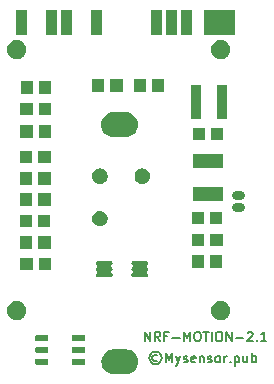
<source format=gbr>
G04 #@! TF.GenerationSoftware,KiCad,Pcbnew,(5.0.2)-1*
G04 #@! TF.CreationDate,2019-07-28T23:06:21+08:00*
G04 #@! TF.ProjectId,PIR,5049522e-6b69-4636-9164-5f7063625858,rev?*
G04 #@! TF.SameCoordinates,Original*
G04 #@! TF.FileFunction,Soldermask,Top*
G04 #@! TF.FilePolarity,Negative*
%FSLAX46Y46*%
G04 Gerber Fmt 4.6, Leading zero omitted, Abs format (unit mm)*
G04 Created by KiCad (PCBNEW (5.0.2)-1) date 2019-07-28 23:06:21*
%MOMM*%
%LPD*%
G01*
G04 APERTURE LIST*
%ADD10C,0.800000*%
%ADD11C,0.200000*%
%ADD12C,0.100000*%
G04 APERTURE END LIST*
D10*
X53696582Y-59177099D02*
X54027382Y-59177099D01*
X53694042Y-60203259D02*
X54024842Y-60203259D01*
D11*
X45958130Y-71558104D02*
X45958130Y-70758104D01*
X46415273Y-71558104D01*
X46415273Y-70758104D01*
X47253368Y-71558104D02*
X46986701Y-71177152D01*
X46796225Y-71558104D02*
X46796225Y-70758104D01*
X47100987Y-70758104D01*
X47177178Y-70796200D01*
X47215273Y-70834295D01*
X47253368Y-70910485D01*
X47253368Y-71024771D01*
X47215273Y-71100961D01*
X47177178Y-71139057D01*
X47100987Y-71177152D01*
X46796225Y-71177152D01*
X47862892Y-71139057D02*
X47596225Y-71139057D01*
X47596225Y-71558104D02*
X47596225Y-70758104D01*
X47977178Y-70758104D01*
X48281940Y-71253342D02*
X48891463Y-71253342D01*
X49272416Y-71558104D02*
X49272416Y-70758104D01*
X49539082Y-71329533D01*
X49805749Y-70758104D01*
X49805749Y-71558104D01*
X50339082Y-70758104D02*
X50491463Y-70758104D01*
X50567654Y-70796200D01*
X50643844Y-70872390D01*
X50681940Y-71024771D01*
X50681940Y-71291438D01*
X50643844Y-71443819D01*
X50567654Y-71520009D01*
X50491463Y-71558104D01*
X50339082Y-71558104D01*
X50262892Y-71520009D01*
X50186701Y-71443819D01*
X50148606Y-71291438D01*
X50148606Y-71024771D01*
X50186701Y-70872390D01*
X50262892Y-70796200D01*
X50339082Y-70758104D01*
X50910511Y-70758104D02*
X51367654Y-70758104D01*
X51139082Y-71558104D02*
X51139082Y-70758104D01*
X51634320Y-71558104D02*
X51634320Y-70758104D01*
X52167654Y-70758104D02*
X52320035Y-70758104D01*
X52396225Y-70796200D01*
X52472416Y-70872390D01*
X52510511Y-71024771D01*
X52510511Y-71291438D01*
X52472416Y-71443819D01*
X52396225Y-71520009D01*
X52320035Y-71558104D01*
X52167654Y-71558104D01*
X52091463Y-71520009D01*
X52015273Y-71443819D01*
X51977178Y-71291438D01*
X51977178Y-71024771D01*
X52015273Y-70872390D01*
X52091463Y-70796200D01*
X52167654Y-70758104D01*
X52853368Y-71558104D02*
X52853368Y-70758104D01*
X53310511Y-71558104D01*
X53310511Y-70758104D01*
X53691463Y-71253342D02*
X54300987Y-71253342D01*
X54643844Y-70834295D02*
X54681940Y-70796200D01*
X54758130Y-70758104D01*
X54948606Y-70758104D01*
X55024797Y-70796200D01*
X55062892Y-70834295D01*
X55100987Y-70910485D01*
X55100987Y-70986676D01*
X55062892Y-71100961D01*
X54605749Y-71558104D01*
X55100987Y-71558104D01*
X55443844Y-71481914D02*
X55481940Y-71520009D01*
X55443844Y-71558104D01*
X55405749Y-71520009D01*
X55443844Y-71481914D01*
X55443844Y-71558104D01*
X56243844Y-71558104D02*
X55786701Y-71558104D01*
X56015273Y-71558104D02*
X56015273Y-70758104D01*
X55939082Y-70872390D01*
X55862892Y-70948580D01*
X55786701Y-70986676D01*
X47018420Y-72757060D02*
X46942230Y-72718965D01*
X46789849Y-72718965D01*
X46713659Y-72757060D01*
X46637468Y-72833251D01*
X46599373Y-72909441D01*
X46599373Y-73061822D01*
X46637468Y-73138013D01*
X46713659Y-73214203D01*
X46789849Y-73252299D01*
X46942230Y-73252299D01*
X47018420Y-73214203D01*
X46866040Y-72452299D02*
X46675563Y-72490394D01*
X46485087Y-72604680D01*
X46370801Y-72795156D01*
X46332706Y-72985632D01*
X46370801Y-73176108D01*
X46485087Y-73366584D01*
X46675563Y-73480870D01*
X46866040Y-73518965D01*
X47056516Y-73480870D01*
X47246992Y-73366584D01*
X47361278Y-73176108D01*
X47399373Y-72985632D01*
X47361278Y-72795156D01*
X47246992Y-72604680D01*
X47056516Y-72490394D01*
X46866040Y-72452299D01*
X47742230Y-73366584D02*
X47742230Y-72566584D01*
X48008897Y-73138013D01*
X48275563Y-72566584D01*
X48275563Y-73366584D01*
X48580325Y-72833251D02*
X48770801Y-73366584D01*
X48961278Y-72833251D02*
X48770801Y-73366584D01*
X48694611Y-73557060D01*
X48656516Y-73595156D01*
X48580325Y-73633251D01*
X49227944Y-73328489D02*
X49304135Y-73366584D01*
X49456516Y-73366584D01*
X49532706Y-73328489D01*
X49570801Y-73252299D01*
X49570801Y-73214203D01*
X49532706Y-73138013D01*
X49456516Y-73099918D01*
X49342230Y-73099918D01*
X49266040Y-73061822D01*
X49227944Y-72985632D01*
X49227944Y-72947537D01*
X49266040Y-72871346D01*
X49342230Y-72833251D01*
X49456516Y-72833251D01*
X49532706Y-72871346D01*
X50218420Y-73328489D02*
X50142230Y-73366584D01*
X49989849Y-73366584D01*
X49913659Y-73328489D01*
X49875563Y-73252299D01*
X49875563Y-72947537D01*
X49913659Y-72871346D01*
X49989849Y-72833251D01*
X50142230Y-72833251D01*
X50218420Y-72871346D01*
X50256516Y-72947537D01*
X50256516Y-73023727D01*
X49875563Y-73099918D01*
X50599373Y-72833251D02*
X50599373Y-73366584D01*
X50599373Y-72909441D02*
X50637468Y-72871346D01*
X50713659Y-72833251D01*
X50827944Y-72833251D01*
X50904135Y-72871346D01*
X50942230Y-72947537D01*
X50942230Y-73366584D01*
X51285087Y-73328489D02*
X51361278Y-73366584D01*
X51513659Y-73366584D01*
X51589849Y-73328489D01*
X51627944Y-73252299D01*
X51627944Y-73214203D01*
X51589849Y-73138013D01*
X51513659Y-73099918D01*
X51399373Y-73099918D01*
X51323182Y-73061822D01*
X51285087Y-72985632D01*
X51285087Y-72947537D01*
X51323182Y-72871346D01*
X51399373Y-72833251D01*
X51513659Y-72833251D01*
X51589849Y-72871346D01*
X52085087Y-73366584D02*
X52008897Y-73328489D01*
X51970801Y-73290394D01*
X51932706Y-73214203D01*
X51932706Y-72985632D01*
X51970801Y-72909441D01*
X52008897Y-72871346D01*
X52085087Y-72833251D01*
X52199373Y-72833251D01*
X52275563Y-72871346D01*
X52313659Y-72909441D01*
X52351754Y-72985632D01*
X52351754Y-73214203D01*
X52313659Y-73290394D01*
X52275563Y-73328489D01*
X52199373Y-73366584D01*
X52085087Y-73366584D01*
X52694611Y-73366584D02*
X52694611Y-72833251D01*
X52694611Y-72985632D02*
X52732706Y-72909441D01*
X52770801Y-72871346D01*
X52846992Y-72833251D01*
X52923182Y-72833251D01*
X53189849Y-73290394D02*
X53227944Y-73328489D01*
X53189849Y-73366584D01*
X53151754Y-73328489D01*
X53189849Y-73290394D01*
X53189849Y-73366584D01*
X53570801Y-72833251D02*
X53570801Y-73633251D01*
X53570801Y-72871346D02*
X53646992Y-72833251D01*
X53799373Y-72833251D01*
X53875563Y-72871346D01*
X53913659Y-72909441D01*
X53951754Y-72985632D01*
X53951754Y-73214203D01*
X53913659Y-73290394D01*
X53875563Y-73328489D01*
X53799373Y-73366584D01*
X53646992Y-73366584D01*
X53570801Y-73328489D01*
X54637468Y-72833251D02*
X54637468Y-73366584D01*
X54294611Y-72833251D02*
X54294611Y-73252299D01*
X54332706Y-73328489D01*
X54408897Y-73366584D01*
X54523182Y-73366584D01*
X54599373Y-73328489D01*
X54637468Y-73290394D01*
X55018420Y-73366584D02*
X55018420Y-72566584D01*
X55018420Y-72871346D02*
X55094611Y-72833251D01*
X55246992Y-72833251D01*
X55323182Y-72871346D01*
X55361278Y-72909441D01*
X55399373Y-72985632D01*
X55399373Y-73214203D01*
X55361278Y-73290394D01*
X55323182Y-73328489D01*
X55246992Y-73366584D01*
X55094611Y-73366584D01*
X55018420Y-73328489D01*
D12*
G36*
X44416872Y-72264240D02*
X44540394Y-72276406D01*
X44738508Y-72336504D01*
X44921091Y-72434096D01*
X45081127Y-72565434D01*
X45212465Y-72725470D01*
X45310057Y-72908053D01*
X45370155Y-73106167D01*
X45390447Y-73312199D01*
X45370155Y-73518231D01*
X45310057Y-73716345D01*
X45212465Y-73898928D01*
X45081127Y-74058964D01*
X44921091Y-74190302D01*
X44738508Y-74287894D01*
X44540394Y-74347992D01*
X44416872Y-74360158D01*
X44385993Y-74363199D01*
X43282731Y-74363199D01*
X43251852Y-74360158D01*
X43128330Y-74347992D01*
X42930216Y-74287894D01*
X42747633Y-74190302D01*
X42587597Y-74058964D01*
X42456259Y-73898928D01*
X42358667Y-73716345D01*
X42298569Y-73518231D01*
X42278277Y-73312199D01*
X42298569Y-73106167D01*
X42358667Y-72908053D01*
X42456259Y-72725470D01*
X42587597Y-72565434D01*
X42747633Y-72434096D01*
X42930216Y-72336504D01*
X43128330Y-72276406D01*
X43251852Y-72264240D01*
X43282731Y-72261199D01*
X44385993Y-72261199D01*
X44416872Y-72264240D01*
X44416872Y-72264240D01*
G37*
G36*
X40840450Y-73054443D02*
X40852159Y-73057995D01*
X40862942Y-73063759D01*
X40872400Y-73071520D01*
X40880161Y-73080978D01*
X40885925Y-73091761D01*
X40889477Y-73103470D01*
X40891280Y-73121778D01*
X40891280Y-73485502D01*
X40889477Y-73503810D01*
X40885925Y-73515519D01*
X40880161Y-73526302D01*
X40872400Y-73535760D01*
X40862942Y-73543521D01*
X40852159Y-73549285D01*
X40840450Y-73552837D01*
X40822142Y-73554640D01*
X39858418Y-73554640D01*
X39840110Y-73552837D01*
X39828401Y-73549285D01*
X39817618Y-73543521D01*
X39808160Y-73535760D01*
X39800399Y-73526302D01*
X39794635Y-73515519D01*
X39791083Y-73503810D01*
X39789280Y-73485502D01*
X39789280Y-73121778D01*
X39791083Y-73103470D01*
X39794635Y-73091761D01*
X39800399Y-73080978D01*
X39808160Y-73071520D01*
X39817618Y-73063759D01*
X39828401Y-73057995D01*
X39840110Y-73054443D01*
X39858418Y-73052640D01*
X40822142Y-73052640D01*
X40840450Y-73054443D01*
X40840450Y-73054443D01*
G37*
G36*
X37740450Y-73054443D02*
X37752159Y-73057995D01*
X37762942Y-73063759D01*
X37772400Y-73071520D01*
X37780161Y-73080978D01*
X37785925Y-73091761D01*
X37789477Y-73103470D01*
X37791280Y-73121778D01*
X37791280Y-73485502D01*
X37789477Y-73503810D01*
X37785925Y-73515519D01*
X37780161Y-73526302D01*
X37772400Y-73535760D01*
X37762942Y-73543521D01*
X37752159Y-73549285D01*
X37740450Y-73552837D01*
X37722142Y-73554640D01*
X36758418Y-73554640D01*
X36740110Y-73552837D01*
X36728401Y-73549285D01*
X36717618Y-73543521D01*
X36708160Y-73535760D01*
X36700399Y-73526302D01*
X36694635Y-73515519D01*
X36691083Y-73503810D01*
X36689280Y-73485502D01*
X36689280Y-73121778D01*
X36691083Y-73103470D01*
X36694635Y-73091761D01*
X36700399Y-73080978D01*
X36708160Y-73071520D01*
X36717618Y-73063759D01*
X36728401Y-73057995D01*
X36740110Y-73054443D01*
X36758418Y-73052640D01*
X37722142Y-73052640D01*
X37740450Y-73054443D01*
X37740450Y-73054443D01*
G37*
G36*
X37740450Y-72054443D02*
X37752159Y-72057995D01*
X37762942Y-72063759D01*
X37772400Y-72071520D01*
X37780161Y-72080978D01*
X37785925Y-72091761D01*
X37789477Y-72103470D01*
X37791280Y-72121778D01*
X37791280Y-72485502D01*
X37789477Y-72503810D01*
X37785925Y-72515519D01*
X37780161Y-72526302D01*
X37772400Y-72535760D01*
X37762942Y-72543521D01*
X37752159Y-72549285D01*
X37740450Y-72552837D01*
X37722142Y-72554640D01*
X36758418Y-72554640D01*
X36740110Y-72552837D01*
X36728401Y-72549285D01*
X36717618Y-72543521D01*
X36708160Y-72535760D01*
X36700399Y-72526302D01*
X36694635Y-72515519D01*
X36691083Y-72503810D01*
X36689280Y-72485502D01*
X36689280Y-72121778D01*
X36691083Y-72103470D01*
X36694635Y-72091761D01*
X36700399Y-72080978D01*
X36708160Y-72071520D01*
X36717618Y-72063759D01*
X36728401Y-72057995D01*
X36740110Y-72054443D01*
X36758418Y-72052640D01*
X37722142Y-72052640D01*
X37740450Y-72054443D01*
X37740450Y-72054443D01*
G37*
G36*
X40840450Y-72054443D02*
X40852159Y-72057995D01*
X40862942Y-72063759D01*
X40872400Y-72071520D01*
X40880161Y-72080978D01*
X40885925Y-72091761D01*
X40889477Y-72103470D01*
X40891280Y-72121778D01*
X40891280Y-72485502D01*
X40889477Y-72503810D01*
X40885925Y-72515519D01*
X40880161Y-72526302D01*
X40872400Y-72535760D01*
X40862942Y-72543521D01*
X40852159Y-72549285D01*
X40840450Y-72552837D01*
X40822142Y-72554640D01*
X39858418Y-72554640D01*
X39840110Y-72552837D01*
X39828401Y-72549285D01*
X39817618Y-72543521D01*
X39808160Y-72535760D01*
X39800399Y-72526302D01*
X39794635Y-72515519D01*
X39791083Y-72503810D01*
X39789280Y-72485502D01*
X39789280Y-72121778D01*
X39791083Y-72103470D01*
X39794635Y-72091761D01*
X39800399Y-72080978D01*
X39808160Y-72071520D01*
X39817618Y-72063759D01*
X39828401Y-72057995D01*
X39840110Y-72054443D01*
X39858418Y-72052640D01*
X40822142Y-72052640D01*
X40840450Y-72054443D01*
X40840450Y-72054443D01*
G37*
G36*
X40840450Y-71054443D02*
X40852159Y-71057995D01*
X40862942Y-71063759D01*
X40872400Y-71071520D01*
X40880161Y-71080978D01*
X40885925Y-71091761D01*
X40889477Y-71103470D01*
X40891280Y-71121778D01*
X40891280Y-71485502D01*
X40889477Y-71503810D01*
X40885925Y-71515519D01*
X40880161Y-71526302D01*
X40872400Y-71535760D01*
X40862942Y-71543521D01*
X40852159Y-71549285D01*
X40840450Y-71552837D01*
X40822142Y-71554640D01*
X39858418Y-71554640D01*
X39840110Y-71552837D01*
X39828401Y-71549285D01*
X39817618Y-71543521D01*
X39808160Y-71535760D01*
X39800399Y-71526302D01*
X39794635Y-71515519D01*
X39791083Y-71503810D01*
X39789280Y-71485502D01*
X39789280Y-71121778D01*
X39791083Y-71103470D01*
X39794635Y-71091761D01*
X39800399Y-71080978D01*
X39808160Y-71071520D01*
X39817618Y-71063759D01*
X39828401Y-71057995D01*
X39840110Y-71054443D01*
X39858418Y-71052640D01*
X40822142Y-71052640D01*
X40840450Y-71054443D01*
X40840450Y-71054443D01*
G37*
G36*
X37740450Y-71054443D02*
X37752159Y-71057995D01*
X37762942Y-71063759D01*
X37772400Y-71071520D01*
X37780161Y-71080978D01*
X37785925Y-71091761D01*
X37789477Y-71103470D01*
X37791280Y-71121778D01*
X37791280Y-71485502D01*
X37789477Y-71503810D01*
X37785925Y-71515519D01*
X37780161Y-71526302D01*
X37772400Y-71535760D01*
X37762942Y-71543521D01*
X37752159Y-71549285D01*
X37740450Y-71552837D01*
X37722142Y-71554640D01*
X36758418Y-71554640D01*
X36740110Y-71552837D01*
X36728401Y-71549285D01*
X36717618Y-71543521D01*
X36708160Y-71535760D01*
X36700399Y-71526302D01*
X36694635Y-71515519D01*
X36691083Y-71503810D01*
X36689280Y-71485502D01*
X36689280Y-71121778D01*
X36691083Y-71103470D01*
X36694635Y-71091761D01*
X36700399Y-71080978D01*
X36708160Y-71071520D01*
X36717618Y-71063759D01*
X36728401Y-71057995D01*
X36740110Y-71054443D01*
X36758418Y-71052640D01*
X37722142Y-71052640D01*
X37740450Y-71054443D01*
X37740450Y-71054443D01*
G37*
G36*
X35341524Y-68199741D02*
X35489484Y-68261029D01*
X35622640Y-68350001D01*
X35735880Y-68463241D01*
X35824852Y-68596397D01*
X35886140Y-68744357D01*
X35917382Y-68901424D01*
X35917382Y-69061574D01*
X35886140Y-69218641D01*
X35824852Y-69366601D01*
X35735880Y-69499757D01*
X35622640Y-69612997D01*
X35489484Y-69701969D01*
X35341524Y-69763257D01*
X35184457Y-69794499D01*
X35024307Y-69794499D01*
X34867240Y-69763257D01*
X34719280Y-69701969D01*
X34586124Y-69612997D01*
X34472884Y-69499757D01*
X34383912Y-69366601D01*
X34322624Y-69218641D01*
X34291382Y-69061574D01*
X34291382Y-68901424D01*
X34322624Y-68744357D01*
X34383912Y-68596397D01*
X34472884Y-68463241D01*
X34586124Y-68350001D01*
X34719280Y-68261029D01*
X34867240Y-68199741D01*
X35024307Y-68168499D01*
X35184457Y-68168499D01*
X35341524Y-68199741D01*
X35341524Y-68199741D01*
G37*
G36*
X52611524Y-68199741D02*
X52759484Y-68261029D01*
X52892640Y-68350001D01*
X53005880Y-68463241D01*
X53094852Y-68596397D01*
X53156140Y-68744357D01*
X53187382Y-68901424D01*
X53187382Y-69061574D01*
X53156140Y-69218641D01*
X53094852Y-69366601D01*
X53005880Y-69499757D01*
X52892640Y-69612997D01*
X52759484Y-69701969D01*
X52611524Y-69763257D01*
X52454457Y-69794499D01*
X52294307Y-69794499D01*
X52137240Y-69763257D01*
X51989280Y-69701969D01*
X51856124Y-69612997D01*
X51742884Y-69499757D01*
X51653912Y-69366601D01*
X51592624Y-69218641D01*
X51561382Y-69061574D01*
X51561382Y-68901424D01*
X51592624Y-68744357D01*
X51653912Y-68596397D01*
X51742884Y-68463241D01*
X51856124Y-68350001D01*
X51989280Y-68261029D01*
X52137240Y-68199741D01*
X52294307Y-68168499D01*
X52454457Y-68168499D01*
X52611524Y-68199741D01*
X52611524Y-68199741D01*
G37*
G36*
X46058740Y-64754788D02*
X46058743Y-64754789D01*
X46096631Y-64766282D01*
X46131550Y-64784946D01*
X46162156Y-64810064D01*
X46187274Y-64840670D01*
X46204806Y-64873470D01*
X46205937Y-64875587D01*
X46217432Y-64913480D01*
X46221312Y-64952880D01*
X46217432Y-64992280D01*
X46217431Y-64992283D01*
X46205938Y-65030171D01*
X46187274Y-65065090D01*
X46162156Y-65095696D01*
X46162154Y-65095698D01*
X46149292Y-65106253D01*
X46131965Y-65123580D01*
X46118351Y-65143954D01*
X46108973Y-65166593D01*
X46104192Y-65190626D01*
X46104192Y-65215131D01*
X46108972Y-65239164D01*
X46118349Y-65261803D01*
X46131963Y-65282178D01*
X46149290Y-65299505D01*
X46162156Y-65310064D01*
X46187274Y-65340670D01*
X46202641Y-65369420D01*
X46205937Y-65375587D01*
X46217432Y-65413480D01*
X46221312Y-65452880D01*
X46217432Y-65492280D01*
X46217431Y-65492283D01*
X46205938Y-65530171D01*
X46187274Y-65565090D01*
X46162156Y-65595696D01*
X46162154Y-65595698D01*
X46149292Y-65606253D01*
X46131965Y-65623580D01*
X46118351Y-65643954D01*
X46108973Y-65666593D01*
X46104192Y-65690626D01*
X46104192Y-65715131D01*
X46108972Y-65739164D01*
X46118349Y-65761803D01*
X46131963Y-65782178D01*
X46149290Y-65799505D01*
X46162156Y-65810064D01*
X46187274Y-65840670D01*
X46204806Y-65873470D01*
X46205937Y-65875587D01*
X46217432Y-65913480D01*
X46221312Y-65952880D01*
X46217432Y-65992280D01*
X46217431Y-65992283D01*
X46205938Y-66030171D01*
X46187274Y-66065090D01*
X46162156Y-66095696D01*
X46131550Y-66120814D01*
X46096631Y-66139478D01*
X46065795Y-66148832D01*
X46058740Y-66150972D01*
X46029213Y-66153880D01*
X45009467Y-66153880D01*
X44979940Y-66150972D01*
X44972885Y-66148832D01*
X44942049Y-66139478D01*
X44907130Y-66120814D01*
X44876524Y-66095696D01*
X44851406Y-66065090D01*
X44832742Y-66030171D01*
X44821249Y-65992283D01*
X44821248Y-65992280D01*
X44817368Y-65952880D01*
X44821248Y-65913480D01*
X44832743Y-65875587D01*
X44833874Y-65873470D01*
X44851406Y-65840670D01*
X44876524Y-65810064D01*
X44889390Y-65799505D01*
X44906715Y-65782180D01*
X44920329Y-65761806D01*
X44929707Y-65739167D01*
X44934488Y-65715134D01*
X44934488Y-65690629D01*
X44929708Y-65666596D01*
X44920331Y-65643957D01*
X44906717Y-65623582D01*
X44889388Y-65606253D01*
X44876526Y-65595698D01*
X44876524Y-65595696D01*
X44851406Y-65565090D01*
X44832742Y-65530171D01*
X44821249Y-65492283D01*
X44821248Y-65492280D01*
X44817368Y-65452880D01*
X44821248Y-65413480D01*
X44832743Y-65375587D01*
X44836039Y-65369420D01*
X44851406Y-65340670D01*
X44876524Y-65310064D01*
X44889390Y-65299505D01*
X44906715Y-65282180D01*
X44920329Y-65261806D01*
X44929707Y-65239167D01*
X44934488Y-65215134D01*
X44934488Y-65190629D01*
X44929708Y-65166596D01*
X44920331Y-65143957D01*
X44906717Y-65123582D01*
X44889388Y-65106253D01*
X44876526Y-65095698D01*
X44876524Y-65095696D01*
X44851406Y-65065090D01*
X44832742Y-65030171D01*
X44821249Y-64992283D01*
X44821248Y-64992280D01*
X44817368Y-64952880D01*
X44821248Y-64913480D01*
X44832743Y-64875587D01*
X44833874Y-64873470D01*
X44851406Y-64840670D01*
X44876524Y-64810064D01*
X44907130Y-64784946D01*
X44942049Y-64766282D01*
X44979937Y-64754789D01*
X44979940Y-64754788D01*
X45009467Y-64751880D01*
X46029213Y-64751880D01*
X46058740Y-64754788D01*
X46058740Y-64754788D01*
G37*
G36*
X43058740Y-64754788D02*
X43058743Y-64754789D01*
X43096631Y-64766282D01*
X43131550Y-64784946D01*
X43162156Y-64810064D01*
X43187274Y-64840670D01*
X43204806Y-64873470D01*
X43205937Y-64875587D01*
X43217432Y-64913480D01*
X43221312Y-64952880D01*
X43217432Y-64992280D01*
X43217431Y-64992283D01*
X43205938Y-65030171D01*
X43187274Y-65065090D01*
X43162156Y-65095696D01*
X43162154Y-65095698D01*
X43149292Y-65106253D01*
X43131965Y-65123580D01*
X43118351Y-65143954D01*
X43108973Y-65166593D01*
X43104192Y-65190626D01*
X43104192Y-65215131D01*
X43108972Y-65239164D01*
X43118349Y-65261803D01*
X43131963Y-65282178D01*
X43149290Y-65299505D01*
X43162156Y-65310064D01*
X43187274Y-65340670D01*
X43202641Y-65369420D01*
X43205937Y-65375587D01*
X43217432Y-65413480D01*
X43221312Y-65452880D01*
X43217432Y-65492280D01*
X43217431Y-65492283D01*
X43205938Y-65530171D01*
X43187274Y-65565090D01*
X43162156Y-65595696D01*
X43162154Y-65595698D01*
X43149292Y-65606253D01*
X43131965Y-65623580D01*
X43118351Y-65643954D01*
X43108973Y-65666593D01*
X43104192Y-65690626D01*
X43104192Y-65715131D01*
X43108972Y-65739164D01*
X43118349Y-65761803D01*
X43131963Y-65782178D01*
X43149290Y-65799505D01*
X43162156Y-65810064D01*
X43187274Y-65840670D01*
X43204806Y-65873470D01*
X43205937Y-65875587D01*
X43217432Y-65913480D01*
X43221312Y-65952880D01*
X43217432Y-65992280D01*
X43217431Y-65992283D01*
X43205938Y-66030171D01*
X43187274Y-66065090D01*
X43162156Y-66095696D01*
X43131550Y-66120814D01*
X43096631Y-66139478D01*
X43065795Y-66148832D01*
X43058740Y-66150972D01*
X43029213Y-66153880D01*
X42009467Y-66153880D01*
X41979940Y-66150972D01*
X41972885Y-66148832D01*
X41942049Y-66139478D01*
X41907130Y-66120814D01*
X41876524Y-66095696D01*
X41851406Y-66065090D01*
X41832742Y-66030171D01*
X41821249Y-65992283D01*
X41821248Y-65992280D01*
X41817368Y-65952880D01*
X41821248Y-65913480D01*
X41832743Y-65875587D01*
X41833874Y-65873470D01*
X41851406Y-65840670D01*
X41876524Y-65810064D01*
X41889390Y-65799505D01*
X41906715Y-65782180D01*
X41920329Y-65761806D01*
X41929707Y-65739167D01*
X41934488Y-65715134D01*
X41934488Y-65690629D01*
X41929708Y-65666596D01*
X41920331Y-65643957D01*
X41906717Y-65623582D01*
X41889388Y-65606253D01*
X41876526Y-65595698D01*
X41876524Y-65595696D01*
X41851406Y-65565090D01*
X41832742Y-65530171D01*
X41821249Y-65492283D01*
X41821248Y-65492280D01*
X41817368Y-65452880D01*
X41821248Y-65413480D01*
X41832743Y-65375587D01*
X41836039Y-65369420D01*
X41851406Y-65340670D01*
X41876524Y-65310064D01*
X41889390Y-65299505D01*
X41906715Y-65282180D01*
X41920329Y-65261806D01*
X41929707Y-65239167D01*
X41934488Y-65215134D01*
X41934488Y-65190629D01*
X41929708Y-65166596D01*
X41920331Y-65143957D01*
X41906717Y-65123582D01*
X41889388Y-65106253D01*
X41876526Y-65095698D01*
X41876524Y-65095696D01*
X41851406Y-65065090D01*
X41832742Y-65030171D01*
X41821249Y-64992283D01*
X41821248Y-64992280D01*
X41817368Y-64952880D01*
X41821248Y-64913480D01*
X41832743Y-64875587D01*
X41833874Y-64873470D01*
X41851406Y-64840670D01*
X41876524Y-64810064D01*
X41907130Y-64784946D01*
X41942049Y-64766282D01*
X41979937Y-64754789D01*
X41979940Y-64754788D01*
X42009467Y-64751880D01*
X43029213Y-64751880D01*
X43058740Y-64754788D01*
X43058740Y-64754788D01*
G37*
G36*
X36449000Y-65562460D02*
X35417000Y-65562460D01*
X35417000Y-64480460D01*
X36449000Y-64480460D01*
X36449000Y-65562460D01*
X36449000Y-65562460D01*
G37*
G36*
X37989000Y-65562460D02*
X36957000Y-65562460D01*
X36957000Y-64480460D01*
X37989000Y-64480460D01*
X37989000Y-65562460D01*
X37989000Y-65562460D01*
G37*
G36*
X50983260Y-65369420D02*
X49951260Y-65369420D01*
X49951260Y-64287420D01*
X50983260Y-64287420D01*
X50983260Y-65369420D01*
X50983260Y-65369420D01*
G37*
G36*
X52523260Y-65369420D02*
X51491260Y-65369420D01*
X51491260Y-64287420D01*
X52523260Y-64287420D01*
X52523260Y-65369420D01*
X52523260Y-65369420D01*
G37*
G36*
X37971220Y-63731120D02*
X36939220Y-63731120D01*
X36939220Y-62649120D01*
X37971220Y-62649120D01*
X37971220Y-63731120D01*
X37971220Y-63731120D01*
G37*
G36*
X36431220Y-63731120D02*
X35399220Y-63731120D01*
X35399220Y-62649120D01*
X36431220Y-62649120D01*
X36431220Y-63731120D01*
X36431220Y-63731120D01*
G37*
G36*
X52530500Y-63540620D02*
X51498500Y-63540620D01*
X51498500Y-62458620D01*
X52530500Y-62458620D01*
X52530500Y-63540620D01*
X52530500Y-63540620D01*
G37*
G36*
X50990500Y-63540620D02*
X49958500Y-63540620D01*
X49958500Y-62458620D01*
X50990500Y-62458620D01*
X50990500Y-63540620D01*
X50990500Y-63540620D01*
G37*
G36*
X37958520Y-61920100D02*
X36926520Y-61920100D01*
X36926520Y-60838100D01*
X37958520Y-60838100D01*
X37958520Y-61920100D01*
X37958520Y-61920100D01*
G37*
G36*
X36418520Y-61920100D02*
X35386520Y-61920100D01*
X35386520Y-60838100D01*
X36418520Y-60838100D01*
X36418520Y-61920100D01*
X36418520Y-61920100D01*
G37*
G36*
X42329530Y-60552636D02*
X42448001Y-60601708D01*
X42554632Y-60672957D01*
X42645302Y-60763627D01*
X42716551Y-60870258D01*
X42765623Y-60988729D01*
X42790640Y-61114500D01*
X42790640Y-61242738D01*
X42765623Y-61368509D01*
X42716551Y-61486980D01*
X42645302Y-61593611D01*
X42554632Y-61684281D01*
X42448001Y-61755530D01*
X42329530Y-61804602D01*
X42203759Y-61829619D01*
X42075521Y-61829619D01*
X41949750Y-61804602D01*
X41831279Y-61755530D01*
X41724648Y-61684281D01*
X41633978Y-61593611D01*
X41562729Y-61486980D01*
X41513657Y-61368509D01*
X41488640Y-61242738D01*
X41488640Y-61114500D01*
X41513657Y-60988729D01*
X41562729Y-60870258D01*
X41633978Y-60763627D01*
X41724648Y-60672957D01*
X41831279Y-60601708D01*
X41949750Y-60552636D01*
X42075521Y-60527619D01*
X42203759Y-60527619D01*
X42329530Y-60552636D01*
X42329530Y-60552636D01*
G37*
G36*
X52522880Y-61681340D02*
X51490880Y-61681340D01*
X51490880Y-60599340D01*
X52522880Y-60599340D01*
X52522880Y-61681340D01*
X52522880Y-61681340D01*
G37*
G36*
X50982880Y-61681340D02*
X49950880Y-61681340D01*
X49950880Y-60599340D01*
X50982880Y-60599340D01*
X50982880Y-61681340D01*
X50982880Y-61681340D01*
G37*
G36*
X36426140Y-60106540D02*
X35394140Y-60106540D01*
X35394140Y-59024540D01*
X36426140Y-59024540D01*
X36426140Y-60106540D01*
X36426140Y-60106540D01*
G37*
G36*
X37966140Y-60106540D02*
X36934140Y-60106540D01*
X36934140Y-59024540D01*
X37966140Y-59024540D01*
X37966140Y-60106540D01*
X37966140Y-60106540D01*
G37*
G36*
X52603920Y-59696640D02*
X50001920Y-59696640D01*
X50001920Y-58494640D01*
X52603920Y-58494640D01*
X52603920Y-59696640D01*
X52603920Y-59696640D01*
G37*
G36*
X37976300Y-58318380D02*
X36944300Y-58318380D01*
X36944300Y-57236380D01*
X37976300Y-57236380D01*
X37976300Y-58318380D01*
X37976300Y-58318380D01*
G37*
G36*
X36436300Y-58318380D02*
X35404300Y-58318380D01*
X35404300Y-57236380D01*
X36436300Y-57236380D01*
X36436300Y-58318380D01*
X36436300Y-58318380D01*
G37*
G36*
X45921632Y-56960534D02*
X46040103Y-57009606D01*
X46146734Y-57080855D01*
X46237404Y-57171525D01*
X46308653Y-57278156D01*
X46357725Y-57396627D01*
X46382742Y-57522398D01*
X46382742Y-57650636D01*
X46357725Y-57776407D01*
X46308653Y-57894878D01*
X46237404Y-58001509D01*
X46146734Y-58092179D01*
X46040103Y-58163428D01*
X45921632Y-58212500D01*
X45795861Y-58237517D01*
X45667623Y-58237517D01*
X45541852Y-58212500D01*
X45423381Y-58163428D01*
X45316750Y-58092179D01*
X45226080Y-58001509D01*
X45154831Y-57894878D01*
X45105759Y-57776407D01*
X45080742Y-57650636D01*
X45080742Y-57522398D01*
X45105759Y-57396627D01*
X45154831Y-57278156D01*
X45226080Y-57171525D01*
X45316750Y-57080855D01*
X45423381Y-57009606D01*
X45541852Y-56960534D01*
X45667623Y-56935517D01*
X45795861Y-56935517D01*
X45921632Y-56960534D01*
X45921632Y-56960534D01*
G37*
G36*
X42329530Y-56960534D02*
X42448001Y-57009606D01*
X42554632Y-57080855D01*
X42645302Y-57171525D01*
X42716551Y-57278156D01*
X42765623Y-57396627D01*
X42790640Y-57522398D01*
X42790640Y-57650636D01*
X42765623Y-57776407D01*
X42716551Y-57894878D01*
X42645302Y-58001509D01*
X42554632Y-58092179D01*
X42448001Y-58163428D01*
X42329530Y-58212500D01*
X42203759Y-58237517D01*
X42075521Y-58237517D01*
X41949750Y-58212500D01*
X41831279Y-58163428D01*
X41724648Y-58092179D01*
X41633978Y-58001509D01*
X41562729Y-57894878D01*
X41513657Y-57776407D01*
X41488640Y-57650636D01*
X41488640Y-57522398D01*
X41513657Y-57396627D01*
X41562729Y-57278156D01*
X41633978Y-57171525D01*
X41724648Y-57080855D01*
X41831279Y-57009606D01*
X41949750Y-56960534D01*
X42075521Y-56935517D01*
X42203759Y-56935517D01*
X42329530Y-56960534D01*
X42329530Y-56960534D01*
G37*
G36*
X52603920Y-56896640D02*
X50001920Y-56896640D01*
X50001920Y-55694640D01*
X52603920Y-55694640D01*
X52603920Y-56896640D01*
X52603920Y-56896640D01*
G37*
G36*
X36433760Y-56509900D02*
X35401760Y-56509900D01*
X35401760Y-55427900D01*
X36433760Y-55427900D01*
X36433760Y-56509900D01*
X36433760Y-56509900D01*
G37*
G36*
X37973760Y-56509900D02*
X36941760Y-56509900D01*
X36941760Y-55427900D01*
X37973760Y-55427900D01*
X37973760Y-56509900D01*
X37973760Y-56509900D01*
G37*
G36*
X52588920Y-54561720D02*
X51556920Y-54561720D01*
X51556920Y-53479720D01*
X52588920Y-53479720D01*
X52588920Y-54561720D01*
X52588920Y-54561720D01*
G37*
G36*
X51048920Y-54561720D02*
X50016920Y-54561720D01*
X50016920Y-53479720D01*
X51048920Y-53479720D01*
X51048920Y-54561720D01*
X51048920Y-54561720D01*
G37*
G36*
X36443540Y-54340740D02*
X35411540Y-54340740D01*
X35411540Y-53258740D01*
X36443540Y-53258740D01*
X36443540Y-54340740D01*
X36443540Y-54340740D01*
G37*
G36*
X37983540Y-54340740D02*
X36951540Y-54340740D01*
X36951540Y-53258740D01*
X37983540Y-53258740D01*
X37983540Y-54340740D01*
X37983540Y-54340740D01*
G37*
G36*
X44383852Y-52185720D02*
X44507374Y-52197886D01*
X44705488Y-52257984D01*
X44888071Y-52355576D01*
X45048107Y-52486914D01*
X45179445Y-52646950D01*
X45277037Y-52829533D01*
X45337135Y-53027647D01*
X45357427Y-53233679D01*
X45337135Y-53439711D01*
X45277037Y-53637825D01*
X45179445Y-53820408D01*
X45048107Y-53980444D01*
X44888071Y-54111782D01*
X44705488Y-54209374D01*
X44507374Y-54269472D01*
X44383852Y-54281638D01*
X44352973Y-54284679D01*
X43249711Y-54284679D01*
X43218832Y-54281638D01*
X43095310Y-54269472D01*
X42897196Y-54209374D01*
X42714613Y-54111782D01*
X42554577Y-53980444D01*
X42423239Y-53820408D01*
X42325647Y-53637825D01*
X42265549Y-53439711D01*
X42245257Y-53233679D01*
X42265549Y-53027647D01*
X42325647Y-52829533D01*
X42423239Y-52646950D01*
X42554577Y-52486914D01*
X42714613Y-52355576D01*
X42897196Y-52257984D01*
X43095310Y-52197886D01*
X43218832Y-52185720D01*
X43249711Y-52182679D01*
X44352973Y-52182679D01*
X44383852Y-52185720D01*
X44383852Y-52185720D01*
G37*
G36*
X50724860Y-52714080D02*
X49822860Y-52714080D01*
X49822860Y-49912080D01*
X50724860Y-49912080D01*
X50724860Y-52714080D01*
X50724860Y-52714080D01*
G37*
G36*
X52924860Y-52714080D02*
X52022860Y-52714080D01*
X52022860Y-49912080D01*
X52924860Y-49912080D01*
X52924860Y-52714080D01*
X52924860Y-52714080D01*
G37*
G36*
X36443540Y-52453520D02*
X35411540Y-52453520D01*
X35411540Y-51371520D01*
X36443540Y-51371520D01*
X36443540Y-52453520D01*
X36443540Y-52453520D01*
G37*
G36*
X37983540Y-52453520D02*
X36951540Y-52453520D01*
X36951540Y-51371520D01*
X37983540Y-51371520D01*
X37983540Y-52453520D01*
X37983540Y-52453520D01*
G37*
G36*
X36458780Y-50606940D02*
X35426780Y-50606940D01*
X35426780Y-49524940D01*
X36458780Y-49524940D01*
X36458780Y-50606940D01*
X36458780Y-50606940D01*
G37*
G36*
X37998780Y-50606940D02*
X36966780Y-50606940D01*
X36966780Y-49524940D01*
X37998780Y-49524940D01*
X37998780Y-50606940D01*
X37998780Y-50606940D01*
G37*
G36*
X44059980Y-50487560D02*
X43027980Y-50487560D01*
X43027980Y-49405560D01*
X44059980Y-49405560D01*
X44059980Y-50487560D01*
X44059980Y-50487560D01*
G37*
G36*
X42519980Y-50487560D02*
X41487980Y-50487560D01*
X41487980Y-49405560D01*
X42519980Y-49405560D01*
X42519980Y-50487560D01*
X42519980Y-50487560D01*
G37*
G36*
X47565180Y-50454540D02*
X46533180Y-50454540D01*
X46533180Y-49372540D01*
X47565180Y-49372540D01*
X47565180Y-50454540D01*
X47565180Y-50454540D01*
G37*
G36*
X46025180Y-50454540D02*
X44993180Y-50454540D01*
X44993180Y-49372540D01*
X46025180Y-49372540D01*
X46025180Y-50454540D01*
X46025180Y-50454540D01*
G37*
G36*
X52611524Y-46099741D02*
X52759484Y-46161029D01*
X52892640Y-46250001D01*
X53005880Y-46363241D01*
X53094852Y-46496397D01*
X53156140Y-46644357D01*
X53187382Y-46801424D01*
X53187382Y-46961574D01*
X53156140Y-47118641D01*
X53094852Y-47266601D01*
X53005880Y-47399757D01*
X52892640Y-47512997D01*
X52759484Y-47601969D01*
X52611524Y-47663257D01*
X52454457Y-47694499D01*
X52294307Y-47694499D01*
X52137240Y-47663257D01*
X51989280Y-47601969D01*
X51856124Y-47512997D01*
X51742884Y-47399757D01*
X51653912Y-47266601D01*
X51592624Y-47118641D01*
X51561382Y-46961574D01*
X51561382Y-46801424D01*
X51592624Y-46644357D01*
X51653912Y-46496397D01*
X51742884Y-46363241D01*
X51856124Y-46250001D01*
X51989280Y-46161029D01*
X52137240Y-46099741D01*
X52294307Y-46068499D01*
X52454457Y-46068499D01*
X52611524Y-46099741D01*
X52611524Y-46099741D01*
G37*
G36*
X35341524Y-46099741D02*
X35489484Y-46161029D01*
X35622640Y-46250001D01*
X35735880Y-46363241D01*
X35824852Y-46496397D01*
X35886140Y-46644357D01*
X35917382Y-46801424D01*
X35917382Y-46961574D01*
X35886140Y-47118641D01*
X35824852Y-47266601D01*
X35735880Y-47399757D01*
X35622640Y-47512997D01*
X35489484Y-47601969D01*
X35341524Y-47663257D01*
X35184457Y-47694499D01*
X35024307Y-47694499D01*
X34867240Y-47663257D01*
X34719280Y-47601969D01*
X34586124Y-47512997D01*
X34472884Y-47399757D01*
X34383912Y-47266601D01*
X34322624Y-47118641D01*
X34291382Y-46961574D01*
X34291382Y-46801424D01*
X34322624Y-46644357D01*
X34383912Y-46496397D01*
X34472884Y-46363241D01*
X34586124Y-46250001D01*
X34719280Y-46161029D01*
X34867240Y-46099741D01*
X35024307Y-46068499D01*
X35184457Y-46068499D01*
X35341524Y-46099741D01*
X35341524Y-46099741D01*
G37*
G36*
X39772740Y-45628000D02*
X38870740Y-45628000D01*
X38870740Y-43526000D01*
X39772740Y-43526000D01*
X39772740Y-45628000D01*
X39772740Y-45628000D01*
G37*
G36*
X35962740Y-45628000D02*
X35060740Y-45628000D01*
X35060740Y-43526000D01*
X35962740Y-43526000D01*
X35962740Y-45628000D01*
X35962740Y-45628000D01*
G37*
G36*
X38502740Y-45628000D02*
X37600740Y-45628000D01*
X37600740Y-43526000D01*
X38502740Y-43526000D01*
X38502740Y-45628000D01*
X38502740Y-45628000D01*
G37*
G36*
X49932740Y-45628000D02*
X49030740Y-45628000D01*
X49030740Y-43526000D01*
X49932740Y-43526000D01*
X49932740Y-45628000D01*
X49932740Y-45628000D01*
G37*
G36*
X48662740Y-45628000D02*
X47760740Y-45628000D01*
X47760740Y-43526000D01*
X48662740Y-43526000D01*
X48662740Y-45628000D01*
X48662740Y-45628000D01*
G37*
G36*
X47392740Y-45628000D02*
X46490740Y-45628000D01*
X46490740Y-43526000D01*
X47392740Y-43526000D01*
X47392740Y-45628000D01*
X47392740Y-45628000D01*
G37*
G36*
X42312740Y-45628000D02*
X41410740Y-45628000D01*
X41410740Y-43526000D01*
X42312740Y-43526000D01*
X42312740Y-45628000D01*
X42312740Y-45628000D01*
G37*
G36*
X53602140Y-45605140D02*
X51000140Y-45605140D01*
X51000140Y-43503140D01*
X53602140Y-43503140D01*
X53602140Y-45605140D01*
X53602140Y-45605140D01*
G37*
M02*

</source>
